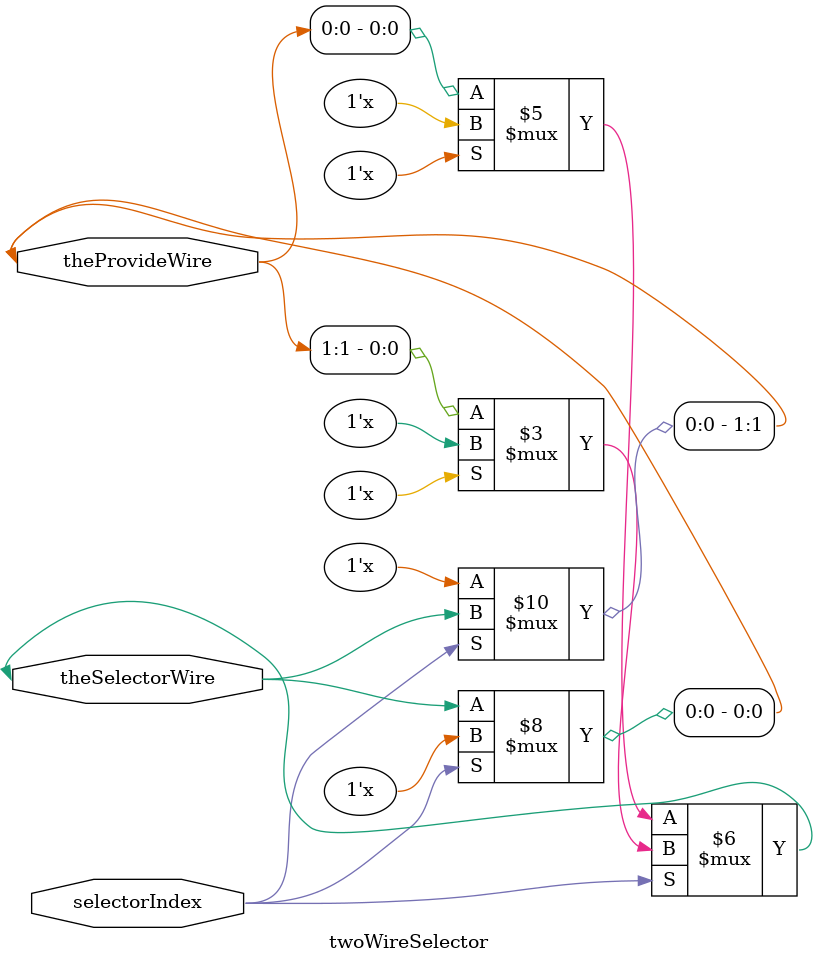
<source format=v>
/**
扇区:即SD卡的块，每一个扇区为一块，512字节
**/
/**
读取MBR或DBR信息，该扇区为事实上的0x00扇区，需要从MBR中加载BPR所在扇区地址
**/
module ReadMBRorDBR #(
    parameter theSizeofSectors = 'd512
) (
    /// 根路径地址所在扇区,若使用的是非SD卡设备，可以精确到字节，那么请自行乘以theSizeofSectors
    output reg [31:0] theBPRDirectory,
    /// 正在编辑该模块
    input wire isEdit,
    /// 编辑的地址（与扇区地址一致）
    input wire [8:0] EditAddress,
    /// 编辑的数据
    input wire [7:0] EditByte
);
  /// 采用边沿触发可能会导致亚稳态，可能原因是SDIO的时钟显然慢于系统时钟，可能该模块工作在20Mhz而SDIO小于之，慢数据抵达快数据产生该问题。
  always @(posedge isEdit) begin
    case (EditAddress)
      9'h1C6: begin
        theBPRDirectory[7:0] <= EditByte;
      end
      9'h1C7: begin
        theBPRDirectory[15:8] <= EditByte;
      end
      9'h1C8: begin
        theBPRDirectory[23:16] <= EditByte;
      end
      9'h1C9: begin
        theBPRDirectory[31:24] <= EditByte;
      end
    endcase
  end
endmodule
/**
读取BPR扇区，BPR扇区即使用SD读卡器所看到的0x00扇区。其在SD卡中的扇区并非0x00。事实上所有地址均需偏移MBR地址
**/
module ReadBPR #(
    parameter theSizeofSectors = 'd512
) (
    /// 根路径地址所在扇区,若使用的是非SD卡设备，可以精确到字节，那么请自行乘以theSizeofSectors
    output reg [31:0] theRootDirectory,
    /// 正在编辑该模块
    input wire isEdit,
    /// 编辑的地址（与扇区地址一致）
    input wire [8:0] EditAddress,
    /// 编辑的数据
    input wire [7:0] EditByte,
    /// 每簇扇区数，在计算文件起始位置时需要使用
    output reg [7:0] SectorsPerCluster,
    /// 根文件簇所在位置
    output reg [31:0] RootClusterNumber,
    /// 保留扇区数，位于BPB(BIOS Parameter Block)中。该项数据建议从0号扇区中读取，以获得更加兼容性。
    output reg [15:0] ReservedSectors
);

  /// 每FAT扇区数
  reg [31:0] theLengthOfFAT = 0;
  /// FAT表一般均为2，在此视为参数。当然，读取也行。
  reg [ 7:0] NumberOfFAT = 0;
  always @(posedge isEdit) begin
    case (EditAddress)
      'hD: begin
        SectorsPerCluster <= EditByte;
      end
      /// 0x0E，保留扇区数,占用2字节。小端模式，高位在高，低位在地
      'hE: begin
        ReservedSectors[7:0] <= EditByte;
      end
      'hF: begin
        ReservedSectors[15:8] <= EditByte;
      end
      /// 0x10,FAT表的份数
      'h10: begin
        NumberOfFAT <= EditByte;
      end
      /// 0x24:每FAT扇区数，占用4个字节
      'h24: begin
        theLengthOfFAT[7:0] <= EditByte;
      end
      'h25: begin
        theLengthOfFAT[15:8] <= EditByte;
      end
      'h26: begin
        theLengthOfFAT[23:16] <= EditByte;
      end
      'h27: begin
        theLengthOfFAT[31:24] <= EditByte;
      end
      'h2C: begin
        RootClusterNumber[7:0] <= EditByte;
      end
      'h2D: begin
        RootClusterNumber[15:8] <= EditByte;
      end
      'h2E: begin
        RootClusterNumber[23:16] <= EditByte;
      end
      'h2F: begin
        RootClusterNumber[31:24] <= EditByte;
      end

    endcase
    //由于读BPR512字节，会保存最终结果
    theRootDirectory <= ReservedSectors + (theLengthOfFAT * NumberOfFAT);
  end
endmodule
/**
扇区:即SD卡的块，每一个扇区为一块，512字节
**/
module FileSystemBlock #(
    parameter            theSizeofBlock             = 512,
    parameter            indexWidth                 = 9,
    parameter            inputFileInformationLength = 8 * 32 * 2,
    parameter [26*8-1:0] SaveFileName               = "SaveData.dat",
    parameter            FileNameLength             = 12,
    parameter            ClusterShift               = 5
) (
    input theRealCLokcForDebug,
    input wire Clock,
    /// 文件块工作在:1:写入，0:读出
    input wire InputOrOutput,
    /// 编辑的地址（与扇区地址一致）
    input wire [indexWidth-1:0] writeAddress,
    /// 编辑的数据，不使用inout端口，以此实现编辑时亦可输出
    input wire [7:0] EditByte,
    input wire [indexWidth-1:0] readAddress,
    output wire [7:0] Byte,
    /// 检索新文件位置命令：默认一个文件4+4=8字节，512/8=64，默认为一个块中恰好有64个文件。若本扇区中不存在足以存放文件的新空间(包括不连续空间，为了只更新一个块，加速进度)，那么返回不存在
    input wire checkoutFileExit,
    /// 该信号表示当前扇区已经发现合适的文件存储位置，并且将文件数据写入该合适的位置
    output reg FileExist,
    /// 该信号表示当前扇区没有合适的存放信息处，请加载另一个（下一个）扇区，并且重新给出checkoutFileExit命令搜索合适的位置
    output reg FileNotExist,
    /// 文件保存的地址，注意，因为没有传入参数BPR的偏移地址，所以该值在使用时请加上外面计算的起始地址偏移地址
    output reg [31:0] fileStartSector,
    /// 文件变更信息，需要文件信息器提供，先写低，再写高
    input wire [inputFileInformationLength-1:0] theChangeFileInput,
    input wire [31:0] fileSystemSector,
    input wire [7:0] SectorsPerCluster,
    input wire [31:0] RootClusterNumber
);
  reg [7:0] RAM[theSizeofBlock-1:0];
  reg [8:0] theFileSaveAddress;

  //  genvar index;
  //assign Byte = RAM[readAddress];
  //assign Byte=(theFileSaveAddress<=readAddress&&readAddress<theFileSaveAddress+64)?(theChangeFileInput[(readAddress-thetheFileSaveAddress)*8]):(RAM[readAddress]);

  assign Byte[0] = theChangeFileInput[{readAddress, 3'h0}];
  assign Byte[1] = theChangeFileInput[{readAddress, 3'h1}];
  assign Byte[2] = theChangeFileInput[{readAddress, 3'h2}];
  assign Byte[3] = theChangeFileInput[{readAddress, 3'h3}];
  assign Byte[4] = theChangeFileInput[{readAddress, 3'h4}];
  assign Byte[5] = theChangeFileInput[{readAddress, 3'h5}];
  assign Byte[6] = theChangeFileInput[{readAddress, 3'h6}];
  assign Byte[7] = theChangeFileInput[{readAddress, 3'h7}];

  always @(posedge Clock) begin : RAMAction
    integer index;
    if (InputOrOutput) begin

      // RAM[writeAddress] <= EditByte;
    end else if (checkoutFileExit) begin
      if (  /*(RAM[1] != 'd0) || (RAM[0] != 'd0)*/ 1) begin
        /// 添加插入文件逻辑：可以寻找以32的倍数，连续inputFileInformationLength个字节为0x00的扇区地址，作为插入的地址
        FileExist <= 1;
        FileNotExist <= 0;
        /// 理论上新插入的文件位于最后，此时已经可以通过计算之前读过的文件中，利用起始地址与文件长度，得出最大（即最后）的未使用地址，作为本文件的开始地址
        fileStartSector <=fileSystemSector+(ClusterShift-RootClusterNumber)*SectorsPerCluster;
        theFileSaveAddress <= 0;
      end else begin
        FileNotExist <= 1;
      end
    end else if (FileExist && (~FileNotExist)) begin
      /*for (index = 0; index < 64; index = index + 1) begin
        RAM[index+theFileSaveAddress] <= theChangeFileInput[8*index];
     end*/
    end else begin
      FileExist <= 0;
      FileNotExist <= 0;

    end
  end
endmodule
/**
计数器
**/
module Count #(
    parameter CountWidth = 32,
    parameter StartCount = 32'h0
) (
    /// 自增信号，上升沿有效
    input  wire                  AddOnce,
    /// 复位信号，复位值由SaveDataAddress参数决定
    input  wire                  sys_rst_n,
    /// 当前计数值
    output reg  [CountWidth-1:0] NowCount
);
  always @(posedge AddOnce or negedge sys_rst_n) begin
    /// 系统归0
    if (sys_rst_n == 0) begin
      NowCount <= StartCount;
    end  /// 系统自增
    else begin
      NowCount <= StartCount + 1;
    end
  end
endmodule


/**
计数器
**/
module CountWithSpecifileInitiziton #(
    parameter CountWidth = 32,
    parameter StartCount = 32'h0
) (
    /// 自增信号，上升沿有效
    input  wire                  AddOnce,
    /// 复位信号，复位值由SaveDataAddress参数决定
    input  wire                  sys_rst_n,
    /// 当前计数值
    output reg  [CountWidth-1:0] NowCount
);
  always @(posedge AddOnce or negedge sys_rst_n) begin
    /// 系统归0
    if (sys_rst_n == 0) begin
      NowCount <= StartCount;
    end  /// 系统自增
    else begin
      NowCount <= StartCount + 1;
    end
  end
endmodule

/**
三态门数据线仲裁
**/
module wireSelector #(
    /// 信号宽度
    parameter wireWidth = 1,
    /// 需要选择的信号个数
    parameter SelectorNumber = 2,
    /// 选择信号的位宽
    parameter SelectorNumberWidth = 1
) (
    /// 提供以进行选择的信号
    inout wire [wireWidth*SelectorNumber-1:0] theProvideWire,
    /// 选择的信号地址顺序
    input wire [SelectorNumberWidth-1:0] selectorIndex,
    /// 最终选择以连接的信号
    inout wire [wireWidth-1:0] theSelectorWire
);  /*
genvar index;
genvar indexInGroup;
  for ( index= 0;index< wireWidth; index=index+1) begin
    
assign theSelectorWire[index]=theProvideWire[selectorIndex];

  for ( indexInGroup= 0;indexInGroup<SelectorNumber; indexInGroup=indexInGroup+1) begin
assign theProvideWire[indexInGroup*wireWidth+index]=(selectorIndex==indexInGroup)?theSelectorWire[index]:1'bz;
  end
  end
  
/*always @(*) begin
  genvar index;
  for ( index= 0;index< wireWidth; index=index+1) begin
    
  end
  if(theProvideWire[selectorIndex]==1'bz)begin
    theProvideWire[selectorIndex]<=theSelectorWire;
  end
  else begin
    theSelectorWire <=theProvideWire[selectorIndex];
  end
end*/
endmodule


/**
三态门数据线仲裁
**/
module twoWireSelector #(
) (
    /// 提供以进行选择的信号
    inout wire [1:0] theProvideWire,
    /// 选择的信号地址顺序
    input wire selectorIndex,
    /// 最终选择以连接的信号
    inout wire theSelectorWire
);
  assign theSelectorWire=(selectorIndex==1'b1)?((theProvideWire[1]==1'bz)?1'bz:theProvideWire[1]):((theProvideWire[0]==1'bz)?1'bz:theProvideWire[0]);
  assign theProvideWire[0] = (selectorIndex == 1'b1) ? 1'bz : theSelectorWire;
  assign theProvideWire[1] = (selectorIndex == 1'b1) ? theSelectorWire : 1'bz;
  /*always @(*) begin
  genvar index;
  for ( index= 0;index< wireWidth; index=index+1) begin
    
  end
  if(theProvideWire[selectorIndex]==1'bz)begin
    theProvideWire[selectorIndex]<=theSelectorWire;
  end
  else begin
    theSelectorWire <=theProvideWire[selectorIndex];
  end
end*/
endmodule

</source>
